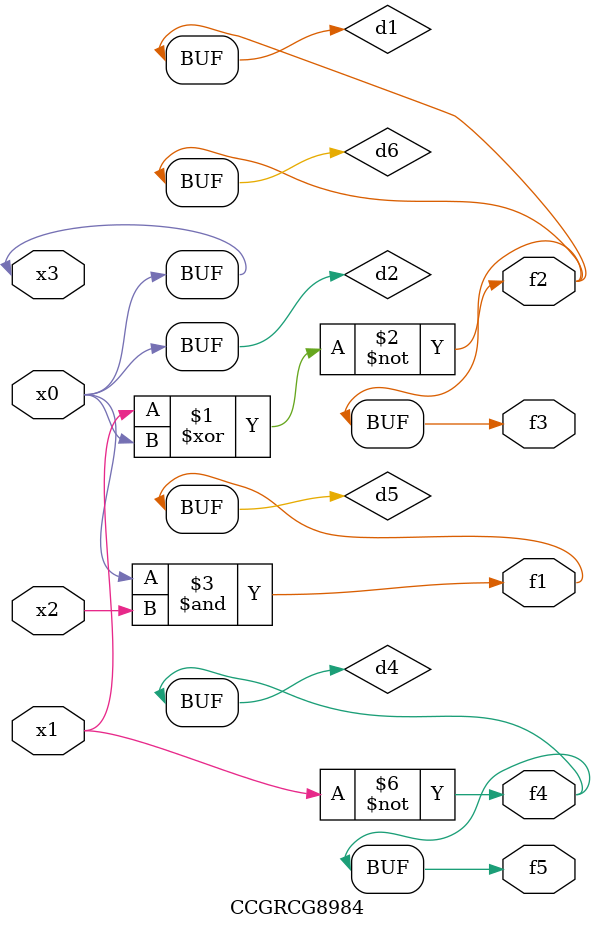
<source format=v>
module CCGRCG8984(
	input x0, x1, x2, x3,
	output f1, f2, f3, f4, f5
);

	wire d1, d2, d3, d4, d5, d6;

	xnor (d1, x1, x3);
	buf (d2, x0, x3);
	nand (d3, x0, x2);
	not (d4, x1);
	nand (d5, d3);
	or (d6, d1);
	assign f1 = d5;
	assign f2 = d6;
	assign f3 = d6;
	assign f4 = d4;
	assign f5 = d4;
endmodule

</source>
